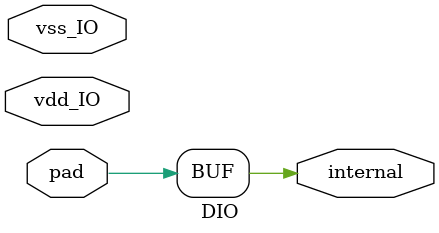
<source format=v>
`timescale 1ns/1ps
module DIO(vss_IO, vdd_IO, internal, pad);
inout vss_IO, vdd_IO;
input pad;
output internal;

assign internal = pad; 

endmodule

</source>
